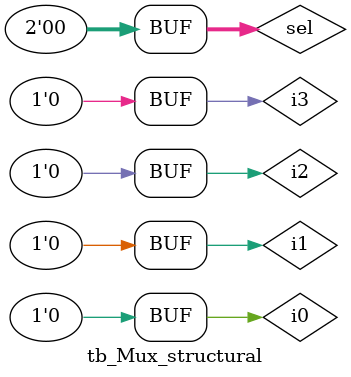
<source format=v>
`timescale 1ns / 1ps


module tb_Mux_structural;
    // Inputs te be define as registers
    reg [1:0] sel;
    reg i0;
    reg i1;
    reg i2;
    reg i3;
    
    // Outputs to be defined as wires
    wire d_t;
    
    // Instantiate the Unit Under Test (UUT)
    Mux_structural uut (
        .sel(sel),
        .i0(i0),
        .i1(i1),
        .i2(i2),
        .i3(i3),
        .d(d)
    );
    
    initial begin
        // Initialize inputs
        i0 = 1'b0;
        i1 = 1'b0;
        i2 = 1'b0;
        i3 = 1'b0;
        sel = 2'b0;
        
        #100;
        // Stimulus - All imput combinations followed by some wait time to observe the o/p
        sel = 3;
        #50;
        i3 = 1'b1;
        #50;
        i3 = 1'b0;
        
        sel = 2;
        #50;
        i2 = 1'b1;
        #50;
        i2 = 1'b0;
        
        sel = 1;
        #50;
        i1 = 1'b1;
        #50;
        i1 = 1'b0;
        
        sel = 0;
        #50
        i0 = 1'b1;
        #50;
        i0= 1'b0;
               
               
        end
    
endmodule

</source>
